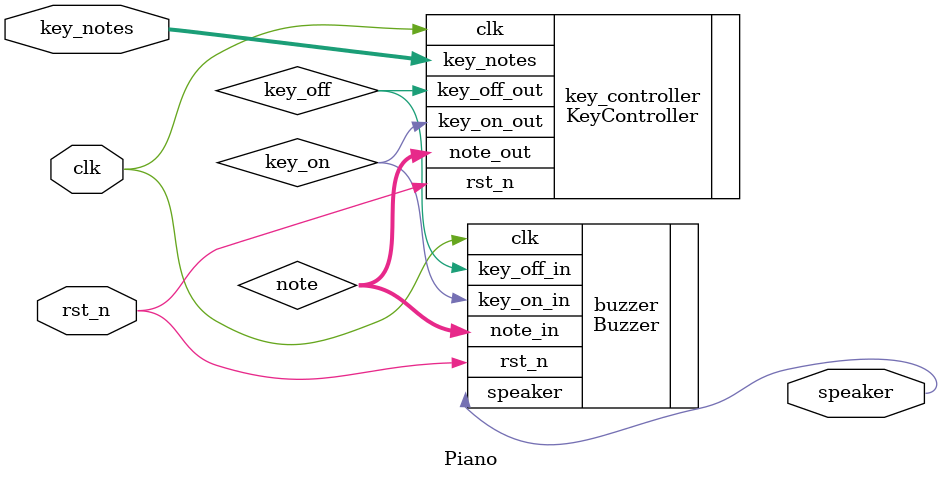
<source format=v>
`timescale 1ns / 1ps

module Piano(
    input wire clk,
    input wire rst_n,
    input wire [6:0] key_notes,
    output wire speaker
    );
   
    wire key_on;
    wire key_off;
    wire [3:0] note;

    KeyController key_controller (
        .clk(clk),        
        .rst_n(rst_n),
        .key_notes(key_notes),
        .key_on_out(key_on),
        .key_off_out(key_off),
        .note_out(note)
        
    );

    Buzzer buzzer (
        .clk(clk),        
        .rst_n(rst_n),
        .key_on_in(key_on),
        .key_off_in(key_off),
        .note_in(note),  
        .speaker(speaker)     
    );

endmodule

</source>
